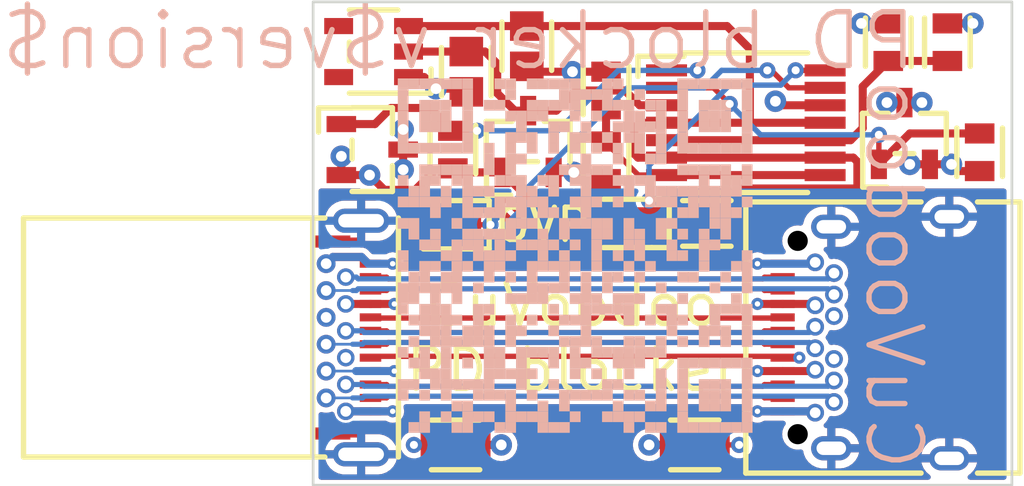
<source format=kicad_pcb>
(kicad_pcb (version 20211014) (generator pcbnew)

  (general
    (thickness 0.96184)
  )

  (paper "A5")
  (title_block
    (title "USB-C Power Delivery blocker")
    (date "$date$")
    (rev "$version$.$revision$")
    (company "CuVoodoo")
    (comment 1 "King Kévin")
    (comment 2 "CERN-OHL-S")
  )

  (layers
    (0 "F.Cu" signal)
    (1 "In1.Cu" signal)
    (2 "In2.Cu" signal)
    (31 "B.Cu" signal)
    (33 "F.Adhes" user "F.Adhesive")
    (34 "B.Paste" user)
    (35 "F.Paste" user)
    (36 "B.SilkS" user "B.Silkscreen")
    (37 "F.SilkS" user "F.Silkscreen")
    (38 "B.Mask" user)
    (39 "F.Mask" user)
    (44 "Edge.Cuts" user)
    (45 "Margin" user)
    (46 "B.CrtYd" user "B.Courtyard")
    (47 "F.CrtYd" user "F.Courtyard")
    (48 "B.Fab" user)
    (49 "F.Fab" user)
  )

  (setup
    (stackup
      (layer "F.SilkS" (type "Top Silk Screen"))
      (layer "F.Paste" (type "Top Solder Paste"))
      (layer "F.Mask" (type "Top Solder Mask") (thickness 0.02032))
      (layer "F.Cu" (type "copper") (thickness 0.035))
      (layer "dielectric 1" (type "core") (thickness 0.2104) (material "FR4") (epsilon_r 4.6) (loss_tangent 0.02))
      (layer "In1.Cu" (type "copper") (thickness 0.0152))
      (layer "dielectric 2" (type "prepreg") (thickness 0.4) (material "FR4") (epsilon_r 4.6) (loss_tangent 0.02))
      (layer "In2.Cu" (type "copper") (thickness 0.0152))
      (layer "dielectric 3" (type "core") (thickness 0.2104) (material "FR4") (epsilon_r 4.6) (loss_tangent 0.02))
      (layer "B.Cu" (type "copper") (thickness 0.035))
      (layer "B.Mask" (type "Bottom Solder Mask") (thickness 0.02032))
      (layer "B.Paste" (type "Bottom Solder Paste"))
      (layer "B.SilkS" (type "Bottom Silk Screen"))
      (copper_finish "None")
      (dielectric_constraints yes)
    )
    (pad_to_mask_clearance 0)
    (pcbplotparams
      (layerselection 0x00010fc_ffffffff)
      (disableapertmacros false)
      (usegerberextensions false)
      (usegerberattributes true)
      (usegerberadvancedattributes true)
      (creategerberjobfile true)
      (svguseinch false)
      (svgprecision 6)
      (excludeedgelayer true)
      (plotframeref false)
      (viasonmask false)
      (mode 1)
      (useauxorigin false)
      (hpglpennumber 1)
      (hpglpenspeed 20)
      (hpglpendiameter 15.000000)
      (dxfpolygonmode true)
      (dxfimperialunits true)
      (dxfusepcbnewfont true)
      (psnegative false)
      (psa4output false)
      (plotreference true)
      (plotvalue true)
      (plotinvisibletext false)
      (sketchpadsonfab false)
      (subtractmaskfromsilk false)
      (outputformat 1)
      (mirror false)
      (drillshape 1)
      (scaleselection 1)
      (outputdirectory "")
    )
  )

  (net 0 "")
  (net 1 "/CC1")
  (net 2 "GND")
  (net 3 "/CC2")
  (net 4 "VCC")
  (net 5 "/VREF")
  (net 6 "/VBUS1")
  (net 7 "/VBUS2")
  (net 8 "Net-(D2-Pad1)")
  (net 9 "Net-(D2-Pad2)")
  (net 10 "Net-(D3-Pad1)")
  (net 11 "/TX1+")
  (net 12 "/TX1-")
  (net 13 "/DA+")
  (net 14 "/DA-")
  (net 15 "/SBU1")
  (net 16 "/RX2-")
  (net 17 "/RX2+")
  (net 18 "/TX2+")
  (net 19 "/TX2-")
  (net 20 "/DB+")
  (net 21 "/DB-")
  (net 22 "/SBU2")
  (net 23 "/RX1-")
  (net 24 "/RX1+")
  (net 25 "GNDPWR")
  (net 26 "Net-(Q1-Pad1)")
  (net 27 "/VBUS")
  (net 28 "Net-(Q2-Pad1)")
  (net 29 "/VOVER1")
  (net 30 "/VOVER2")

  (footprint "qeda:SOP65P640X120-14N" (layer "F.Cu") (at 97.4 61.5))

  (footprint "qeda:UC1608X55N" (layer "F.Cu") (at 86.5 62.5))

  (footprint "qeda:LEDC1608X90N" (layer "F.Cu") (at 86.3 65.3 -90))

  (footprint "qeda:UC1608X55N" (layer "F.Cu") (at 106.1 62.6))

  (footprint "qeda:CONNECTOR_XKB_U261-24XN-4BC2LS" (layer "F.Cu") (at 77.5 69.5 -90))

  (footprint "qeda:LEDC1608X90N" (layer "F.Cu") (at 93 65.25 -90))

  (footprint "qeda:CAPC1608X92N" (layer "F.Cu") (at 86.6 73.5 -90))

  (footprint "qeda:UC1608X55N" (layer "F.Cu") (at 104.9 58.5 180))

  (footprint "qeda:CONNECTOR_XKB_U262-24XN-4BV60" (layer "F.Cu") (at 102.5 69.5 90))

  (footprint "qeda:SOT95P237X112-3N" (layer "F.Cu") (at 89.3 62.2 90))

  (footprint "qeda:CAPC1608X92N" (layer "F.Cu") (at 89.25 58.65 180))

  (footprint "qeda:UC1608X55N" (layer "F.Cu") (at 102.7 58.5))

  (footprint "qeda:UC1608X55N" (layer "F.Cu") (at 95.95 65.25 90))

  (footprint "qeda:UC1608X55N" (layer "F.Cu") (at 92.2 60.3))

  (footprint "qeda:SOT95P237X112-3N" (layer "F.Cu") (at 103.3 61.9 90))

  (footprint "qeda:CAPC1608X92N" (layer "F.Cu") (at 87 59.6))

  (footprint "qeda:CAPC1608X92N" (layer "F.Cu") (at 95.5 73.5 -90))

  (footprint "qeda:SOT95P237X112-3N" (layer "F.Cu") (at 83.5 62.5))

  (footprint "qeda:SOT95P280X145-5N" (layer "F.Cu") (at 83.55 58.85 180))

  (footprint "qeda:UC1608X55N" (layer "F.Cu") (at 92.2 62.9))

  (footprint "custom:qr" (layer "B.Cu") (at 91.05 66.45 180))

  (gr_rect (start 81.3 75) (end 107.3 57) (layer "Edge.Cuts") (width 0.1) (fill none) (tstamp b6b14f1e-5f20-4d8e-a54d-bab67c880c72))
  (gr_text "CuVoodoo" (at 102.9 67.15 270) (layer "B.SilkS") (tstamp 4e64fbc3-5cb2-48d0-b074-79cc01bff880)
    (effects (font (size 2 2) (thickness 0.2)) (justify mirror))
  )
  (gr_text "PD blocker v$version$" (at 103.85 58.45) (layer "B.SilkS") (tstamp f8eec7fc-e87b-4518-a2d3-dc36cb46ed65)
    (effects (font (size 2 2) (thickness 0.2)) (justify left mirror))
  )
  (gr_text "OVP" (at 89.85 65.3) (layer "F.SilkS") (tstamp 120a67f1-4fcf-4887-b2a0-b7b1abe273bd)
    (effects (font (size 1.2 1.2) (thickness 0.2)))
  )
  (gr_text "CuVoodoo\nPD blocker" (at 90.95 69.5) (layer "F.SilkS") (tstamp 9517687d-1a17-4aa5-b6ff-e92bc00f5b48)
    (effects (font (size 1.5 1.5) (thickness 0.2)))
  )

  (segment (start 97.15 73.5) (end 96.25 73.5) (width 0.2) (layer "F.Cu") (net 1) (tstamp 2091e024-79ca-4b2f-a7a7-61604bc37964))
  (segment (start 83.485 70.2) (end 98.72 70.2) (width 0.2) (layer "F.Cu") (net 1) (tstamp 2e486214-47f9-44d6-8d7b-7cf8677c45c8))
  (segment (start 83.435 70.25) (end 83.485 70.2) (width 0.2) (layer "F.Cu") (net 1) (tstamp b2fd4d1b-5ccd-4821-b518-a425fa85b81a))
  (segment (start 98.77 70.25) (end 99.388785 70.25) (width 0.2) (layer "F.Cu") (net 1) (tstamp f688f5fb-34cb-47e6-82a5-dd3f1c28d1e8))
  (segment (start 98.72 70.2) (end 98.77 70.25) (width 0.2) (layer "F.Cu") (net 1) (tstamp f7934fa5-7cc7-4995-a786-06fc63afb187))
  (via (at 99.388785 70.25) (size 0.45) (drill 0.2) (layers "F.Cu" "B.Cu") (remove_unused_layers) (keep_end_layers) (net 1) (tstamp 4fba1494-16fb-4f50-b6ea-d37589f52a00))
  (via (at 97.15 73.5) (size 0.6) (drill 0.3) (layers "F.Cu" "B.Cu") (net 1) (tstamp b0f42081-7d47-45b1-a159-c950fb022c66))
  (segment (start 97.85 73.5) (end 97.15 73.5) (width 0.2) (layer "In2.Cu") (net 1) (tstamp 05ee0b36-2c93-4a85-8ead-e60593ce7e09))
  (segment (start 99.388785 70.25) (end 99.388785 71.961215) (width 0.2) (layer "In2.Cu") (net 1) (tstamp 57f79222-303b-4959-8846-27a46656721e))
  (segment (start 99.388785 71.961215) (end 97.85 73.5) (width 0.2) (layer "In2.Cu") (net 1) (tstamp b3975898-b71c-4065-bcc8-393112caeae5))
  (segment (start 97.833713 72.25) (end 97.832166 72.248453) (width 0.3) (layer "F.Cu") (net 2) (tstamp 011382ef-c835-477e-97fa-9f734b2957c4))
  (segment (start 87.35 73.5) (end 88.3 73.5) (width 0.3) (layer "F.Cu") (net 2) (tstamp 07718b06-8a09-44b1-9049-c509a53d306b))
  (segment (start 84.258428 66.75) (end 84.259513 66.751085) (width 0.3) (layer "F.Cu") (net 2) (tstamp 097f3715-3214-4e09-b482-59143e181c89))
  (segment (start 84.85 59.8) (end 85.436774 59.8) (width 0.3) (layer "F.Cu") (net 2) (tstamp 2366cbdf-d0d8-4071-8b46-098c7bff61d2))
  (segment (start 83.35 66.75) (end 83.1 66.5) (width 0.3) (layer "F.Cu") (net 2) (tstamp 29b4fc77-7a0c-456b-a0d0-3e98ba26b458))
  (segment (start 86.883643 60.233643) (end 87 60.35) (width 0.3) (layer "F.Cu") (net 2) (tstamp 338bb1ba-bbfa-42c2-b2fa-1446c84a2899))
  (segment (start 83.435 66.75) (end 83.35 66.75) (width 0.3) (layer "F.Cu") (net 2) (tstamp 38989016-6376-487b-8260-5cd8204cc325))
  (segment (start 98.77 66.75) (end 99.93 66.75) (width 0.3) (layer "F.Cu") (net 2) (tstamp 3e2a8e25-3e60-4e15-b9c4-f51ed1734194))
  (segment (start 85.870417 60.233643) (end 86.883643 60.233643) (width 0.3) (layer "F.Cu") (net 2) (tstamp 4657527c-d618-4a10-bf3c-418d12e058f4))
  (segment (start 94.75 73.5) (end 93.8 73.5) (width 0.3) (layer "F.Cu") (net 2) (tstamp 47ac44bc-538b-4e0a-9ec0-1303e055c832))
  (segment (start 99.93 72.25) (end 99.98 72.3) (width 0.3) (layer "F.Cu") (net 2) (tstamp 49529ab3-6263-4921-96a5-5f68517638ce))
  (segment (start 89.35 59.6) (end 89.25 59.5) (width 0.3) (layer "F.Cu") (net 2) (tstamp 4eb4a541-ae8c-4522-abd1-63a6d772118f))
  (segment (start 85.436774 59.8) (end 85.870417 60.233643) (width 0.3) (layer "F.Cu") (net 2) (tstamp 4f0315a4-f3bc-44ed-b092-eb410c8f1b13))
  (segment (start 98.5 60.7) (end 98.65 60.85) (width 0.3) (layer "F.Cu") (net 2) (tstamp 60f8e145-8e3b-471e-83b8-e73f1b452893))
  (segment (start 83.435 72.25) (end 82.515 72.25) (width 0.3) (layer "F.Cu") (net 2) (tstamp 62ed0960-bc3a-4bdc-bd62-41d966f7a312))
  (segment (start 83.435 72.25) (end 84.258342 72.25) (width 0.3) (layer "F.Cu") (net 2) (tstamp 74418b42-5213-4b96-bb35-10757d27d943))
  (segment (start 99.93 66.75) (end 99.98 66.7) (width 0.3) (layer "F.Cu") (net 2) (tstamp 77aad126-c172-43cb-9d75-a07b6938275d))
  (segment (start 98.77 66.75) (end 97.833713 66.75) (width 0.3) (layer "F.Cu") (net 2) (tstamp 7ce61585-755e-4a21-a8c7-b64dac374c6d))
  (segment (start 83.1 66.5) (end 82.035 66.5) (width 0.3) (layer "F.Cu") (net 2) (tstamp 7edea2ba-b0bd-4c48-bd2f-e84b539b4a04))
  (segment (start 97.833713 66.75) (end 97.832166 66.751547) (width 0.3) (layer "F.Cu") (net 2) (tstamp 83e28b74-a29c-4a2b-956f-3642aa213062))
  (segment (start 102.7 57.8) (end 101.7 57.8) (width 0.3) (layer "F.Cu") (net 2) (tstamp 895df38b-14e3-4bf9-922e-5ad402081be4))
  (segment (start 98.77 72.25) (end 99.93 72.25) (width 0.3) (layer "F.Cu") (net 2) (tstamp 8a05099d-b27e-4e55-8028-d0fe40c1723e))
  (segment (start 82.035 66.5) (end 81.785 66.75) (width 0.3) (layer "F.Cu") (net 2) (tstamp aba0e2ab-0786-4dc5-ac5f-8e30f79e5e1e))
  (segment (start 83.435 66.75) (end 84.258428 66.75) (width 0.3) (layer "F.Cu") (net 2) (tstamp b655590a-2785-4e46-b4ad-202a5aa25a95))
  (segment (start 98.77 72.25) (end 97.833713 72.25) (width 0.3) (layer "F.Cu") (net 2) (tstamp cc05d9fd-9bd3-401e-b44f-798b85f0ded8))
  (segment (start 90.95 59.6) (end 89.35 59.6) (width 0.3) (layer "F.Cu") (net 2) (tstamp d9fe3f1e-af79-48b7-954b-d1f7e0158c9b))
  (segment (start 92.2 59.6) (end 90.95 59.6) (width 0.3) (layer "F.Cu") (net 2) (tstamp db4c8bfd-22b2-4a2f-b53a-9b9898a0bfda))
  (segment (start 98.65 60.85) (end 100.35 60.85) (width 0.3) (layer "F.Cu") (net 2) (tstamp e73eb76b-c95d-416c-a095-492c36de30c6))
  (segment (start 84.258342 72.25) (end 84.259904 72.248438) (width 0.3) (layer "F.Cu") (net 2) (tstamp f4ac6110-3902-4990-8428-70247cc492ee))
  (via (at 84.259513 66.751085) (size 0.45) (drill 0.2) (layers "F.Cu" "B.Cu") (remove_unused_layers) (keep_end_layers) (net 2) (tstamp 0d06638a-5c9f-4483-9224-aee1d3f2b8dd))
  (via (at 93.8 73.5) (size 0.8) (drill 0.4) (layers "F.Cu" "B.Cu") (remove_unused_layers) (keep_end_layers) (net 2) (tstamp 266b027c-3100-4cb1-b5a2-cbfacd9f368c))
  (via (at 88.3 73.5) (size 0.8) (drill 0.4) (layers "F.Cu" "B.Cu") (remove_unused_layers) (keep_end_layers) (net 2) (tstamp 29527bb2-a127-4ac5-85a1-220d10619ec6))
  (via (at 90.95 59.6) (size 0.8) (drill 0.4) (layers "F.Cu" "B.Cu") (net 2) (tstamp 2aa3f5e6-53d6-42dd-8cd9-f343236a0d08))
  (via (at 98.5 60.7) (size 0.8) (drill 0.4) (layers "F.Cu" "B.Cu") (net 2) (tstamp 3f387f7c-51da-46ef-a609-6dc44fd29a23))
  (via (at 101.7 57.8) (size 0.8) (drill 0.4) (layers "F.Cu" "B.Cu") (net 2) (tstamp 7d002273-a684-426e-91d2-56a9984716ff))
  (via (at 97.832166 66.751547) (size 0.45) (drill 0.2) (layers "F.Cu" "B.Cu") (remove_unused_layers) (keep_end_layers) (net 2) (tstamp ad5de103-a2e8-43bb-8002-39bd042e38bf))
  (via (at 85.870417 60.233643) (size 0.8) (drill 0.4) (layers "F.Cu" "B.Cu") (net 2) (tstamp cc83094f-ee34-4a37-ab12-f86668e1297b))
  (via (at 84.259904 72.248438) (size 0.45) (drill 0.2) (layers "F.Cu" "B.Cu") (remove_unused_layers) (keep_end_layers) (net 2) (tstamp d93e4ed6-de35-4fb0-b35a-10c8907fe4e1))
  (via (at 97.832166 72.248453) (size 0.45) (drill 0.2) (layers "F.Cu" "B.Cu") (remove_unused_layers) (keep_end_layers) (net 2) (tstamp f245a67d-a80c-4734-8ca3-5d946a7c6c9c))
  (segment (start 83.351085 66.751085) (end 83.1 66.5) (width 0.3) (layer "B.Cu") (net 2) (tstamp 040d59a3-69a1-4a8d-8c7d-b02fc511f9e7))
  (segment (start 83.1 66.5) (end 82.035 66.5) (width 0.3) (layer "B.Cu") (net 2) (tstamp 1bc1063d-8cb1-4f08-8d2c-91e43f66e8e3))
  (segment (start 97.832166 72.248453) (end 99.928453 72.248453) (width 0.3) (layer "B.Cu") (net 2) (tstamp 2282486b-d88c-4d3c-912e-a1c489737f1c))
  (segment (start 82.035 66.5) (end 81.785 66.75) (width 0.3) (layer "B.Cu") (net 2) (tstamp 2c639fa6-067b-4771-a3b7-3b0cd3c97bed))
  (segment (start 97.832166 66.751547) (end 99.928453 66.751547) (width 0.3) (layer "B.Cu") (net 2) (tstamp 48873ce0-ee22-4dc2-aa40-fdfca3cccc51))
  (segment (start 84.259904 72.248438) (end 82.516562 72.248438) (width 0.3) (layer "B.Cu") (net 2) (tstamp 737180ed-e4fe-4a9d-a925-8c21ad169437))
  (segment (start 99.928453 72.248453) (end 99.98 72.3) (width 0.3) (layer "B.Cu") (net 2) (tstamp 7bc91f44-fac0-407f-bdc5-0de5e5113ff4))
  (segment (start 82.516562 72.248438) (end 82.515 72.25) (width 0.3) (layer "B.Cu") (net 2) (tstamp 9590fe0c-b2bc-4384-937b-71a53ea010ab))
  (segment (start 84.259513 66.751085) (end 83.351085 66.751085) (width 0.3) (layer "B.Cu") (net 2) (tstamp d10108f2-153b-4c25-b798-01ea81feac90))
  (segment (start 99.928453 66.751547) (end 99.98 66.7) (width 0.3) (layer "B.Cu") (net 2) (tstamp e59f2045-6ba3-4b81-994b-c90da8c102c1))
  (segment (start 85.05 73.5) (end 85.85 73.5) (width 0.2) (layer "F.Cu") (net 3) (tstamp 4fff197b-5235-47ae-9e64-1d459fc397a1))
  (via (at 85.05 73.5) (size 0.6) (drill 0.3) (layers "F.Cu" "B.Cu") (net 3) (tstamp 495aa911-4495-4ac9-8178-31bd5f8a6b79))
  (segment (start 101.75 74.3) (end 101.75 69.05) (width 0.2) (layer "In1.Cu") (net 3) (tstamp 3149c5be-4eb3-4d59-a30d-6cc4b60cfb5e))
  (segment (start 86.1 74.55) (end 101.5 74.55) (width 0.2) (layer "In1.Cu") (net 3) (tstamp 466ec668-1bf2-4254-aa2f-79bdf068e056))
  (segment (start 101.75 69.05) (end 101.4 68.7) (width 0.2) (layer "In1.Cu") (net 3) (tstamp 56ebce8a-6caa-4d15-ab5d-255b27e99426))
  (segment (start 85.05 73.5) (end 86.1 74.55) (width 0.2) (layer "In1.Cu") (net 3) (tstamp 6f7ce168-5be0-49fd-81ed-7538d43a7246))
  (segment (start 101.5 74.55) (end 101.75 74.3) (width 0.2) (layer "In1.Cu") (net 3) (tstamp ca2c6137-7314-42b9-8a96-d9c43152421a))
  (segment (start 101.4 68.7) (end 100.68 68.7) (width 0.2) (layer "In1.Cu") (net 3) (tstamp f4d32146-5eef-4ce0-82f4-7afe3bed7b96))
  (segment (start 81.785 68.75) (end 82.85 68.75) (width 0.1) (layer "In2.Cu") (net 3) (tstamp 1b7559a0-8029-472c-bb6d-69bc0547b45f))
  (segment (start 83.7 69.6) (end 82.85 68.75) (width 0.2) (layer "In2.Cu") (net 3) (tstamp 31bf0109-96a7-476f-a7b6-29101d6f6072))
  (segment (start 83.965686 72.7) (end 83.7 72.434314) (width 0.2) (layer "In2.Cu") (net 3) (tstamp 6ad0333d-37d8-481f-a641-d54816eef373))
  (segment (start 83.7 72.434314) (end 83.7 69.6) (width 0.2) (layer "In2.Cu") (net 3) (tstamp 7ee4cd0d-7428-4041-9380-732562d90f67))
  (segment (start 85.05 73.5) (end 84.25 72.7) (width 0.2) (layer "In2.Cu") (net 3) (tstamp d6cd2f77-d811-466b-a420-7179b4bfb12b))
  (segment (start 84.25 72.7) (end 83.965686 72.7) (width 0.2) (layer "In2.Cu") (net 3) (tstamp fd21309d-ea57-464e-9791-858e506729f3))
  (segment (start 93.45 60.85) (end 92.9 60.3) (width 0.3) (layer "F.Cu") (net 4) (tstamp 01efe772-26f5-461e-97f0-7c38f8b12862))
  (segment (start 92.9 60.3) (end 91.1 60.3) (width 0.3) (layer "F.Cu") (net 4) (tstamp 4aeafedb-4071-40ff-8c3f-9a0cea91b894))
  (segment (start 88.15 60.4) (end 88.8 61.05) (width 0.3) (layer "F.Cu") (net 4) (tstamp 4afa80ba-7a50-44b5-904e-5ca1c2eb4e3d))
  (segment (start 87.7 58.85) (end 88.15 59.3) (width 0.3) (layer "F.Cu") (net 4) (tstamp 6f076358-e1ee-4f67-a030-f045a0cb595d))
  (segment (start 90.35 61.05) (end 89.3 61.05) (width 0.3) (layer "F.Cu") (net 4) (tstamp 7c375d74-9a5c-4804-8ee6-f92b3a756753))
  (segment (start 94.45 60.85) (end 93.45 60.85) (width 0.3) (layer "F.Cu") (net 4) (tstamp b38a3dad-de1b-4bf3-abe4-bdaeaff97a86))
  (segment (start 84.85 58.85) (end 87 58.85) (width 0.3) (layer "F.Cu") (net 4) (tstamp b8d1a9d2-c411-4062-aa1a-f9fe44004330))
  (segment (start 88.15 59.3) (end 88.15 60.4) (width 0.3) (layer "F.Cu") (net 4) (tstamp cd1b88ee-83c1-49f9-9616-80b833d4843b))
  (segment (start 88.8 61.05) (end 89.3 61.05) (width 0.3) (layer "F.Cu") (net 4) (tstamp dc82c2af-f0ae-41ec-9d1d-66611b1b0b19))
  (segment (start 91.1 60.3) (end 90.35 61.05) (width 0.3) (layer "F.Cu") (net 4) (tstamp e574d4e4-ab54-4776-9ec0-14ed8e6c99ad))
  (segment (start 87 58.85) (end 87.7 58.85) (width 0.3) (layer "F.Cu") (net 4) (tstamp f927cd0f-c355-4e23-8f48-8bfc23146eb0))
  (segment (start 97.3 63.95) (end 101.55 63.95) (width 0.3) (layer "F.Cu") (net 5) (tstamp 0092afae-1370-4ada-b71f-ca3e7eaf70a8))
  (segment (start 97.55 58.75) (end 97.55 61.5) (width 0.3) (layer "F.Cu") (net 5) (tstamp 077f9f29-2b5f-4f11-86f3-06a9f329e5e3))
  (segment (start 94.45 61.5) (end 97.55 61.5) (width 0.3) (layer "F.Cu") (net 5) (tstamp 18277026-9c11-4e51-be0a-0945a7a8b781))
  (segment (start 96.65 64.6) (end 97.3 63.95) (width 0.3) (layer "F.Cu") (net 5) (tstamp 199c4da7-5b7e-48ce-a6ee-0ea1e695fcb4))
  (segment (start 94.45 61.5) (end 93.45 61.5) (width 0.3) (layer "F.Cu") (net 5) (tstamp 1d3eb037-1233-42ad-9aa9-b77c8c85b480))
  (segment (start 101.55 63.95) (end 101.55 62.95) (width 0.3) (layer "F.Cu") (net 5) (tstamp 386bf865-d47f-48db-8fb9-1c84a211d672))
  (segment (start 93.3875 62.8) (end 93.25 62.6625) (width 0.3) (layer "F.Cu") (net 5) (tstamp 462b43d4-c3ff-4eb7-85d7-15288f04e6d8))
  (segment (start 89.25 57.9) (end 96.7 57.9) (width 0.3) (layer "F.Cu") (net 5) (tstamp 552c5dea-a2d0-4079-9b03-583986b34257))
  (segment (start 93.25 62.6625) (end 93.25 61.7) (width 0.3) (layer "F.Cu") (net 5) (tstamp 56a3ed82-209c-4d39-84dd-ac130a33b8f5))
  (segment (start 94.45 62.8) (end 93.3875 62.8) (width 0.3) (layer "F.Cu") (net 5) (tstamp 5f2c5387-e835-48f1-b47a-429920ddf896))
  (segment (start 101.4 62.8) (end 100.35 62.8) (width 0.3) (layer "F.Cu") (net 5) (tstamp 77cbb48c-9454-4285-b153-4df163cf31f2))
  (segment (start 96.7 57.9) (end 97.55 58.75) (width 0.3) (layer "F.Cu") (net 5) (tstamp 7b584bb9-b0c1-4b77-9382-f828434c34b4))
  (segment (start 84.85 57.9) (end 89.25 57.9) (width 0.3) (layer "F.Cu") (net 5) (tstamp 8ac0a1b1-1686-4c29-b593-915229a2154d))
  (segment (start 94.45 62.8) (end 100.35 62.8) (width 0.3) (layer "F.Cu") (net 5) (tstamp a853928a-b5e1-43bd-978d-d1dd31e48a00))
  (segment (start 93.45 61.5) (end 93.25 61.7) (width 0.3) (layer "F.Cu") (net 5) (tstamp ad28216b-03b6-43d7-9170-36390604d9fa))
  (segment (start 96.65 65.25) (end 96.65 64.6) (width 0.3) (layer "F.Cu") (net 5) (tstamp b1690ba1-f327-4225-8813-39c2c9c17da6))
  (segment (start 97.55 61.5) (end 100.35 61.5) (width 0.3) (layer "F.Cu") (net 5) (tstamp c45267ed-5596-4ace-92d6-b66592355307))
  (segment (start 101.55 62.95) (end 101.4 62.8) (width 0.3) (layer "F.Cu") (net 5) (tstamp c5c85d2b-7f2c-4e83-be6a-7beb199e3116))
  (segment (start 84.321594 68.25) (end 84.322064 68.25047) (width 0.3) (layer "F.Cu") (net 6) (tstamp 088a583b-4fc8-4da2-bf65-5fa168518bd7))
  (segment (start 83.95 64) (end 83.4 63.45) (width 0.3) (layer "F.Cu") (net 6) (tstamp 0dc4e2b2-d7f2-40ee-bb91-ddb8252291ea))
  (segment (start 86.65 63.35) (end 86.5 63.2) (width 0.3) (layer "F.Cu") (net 6) (tstamp 27a02b0e-fc68-44f9-b5e3-7754c0d515fa))
  (segment (start 83.435 68.25) (end 82.515 68.25) (width 0.3) (layer "F.Cu") (net 6) (tstamp 3ac5b1f1-c84d-4dd5-b651-c7633967bb99))
  (segment (start 91.55 64.25) (end 92.2 63.6) (width 0.3) (layer "F.Cu") (net 6) (tstamp 3bbf5e1e-92ec-4793-9b40-7c0684745025))
  (segment (start 85.9 63.2) (end 85.1 64) (width 0.3) (layer "F.Cu") (net 6) (tstamp 4476f97e-ec63-4332-bcaa-f70deafcdd76))
  (segment (start 85.1 64) (end 83.95 64) (width 0.3) (layer "F.Cu") (net 6) (tstamp 47ba2487-c2b6-43bb-8e91-04da38bebd0c))
  (segment (start 82.35 63.45) (end 83.4 63.45) (width 0.3) (layer "F.Cu") (net 6) (tstamp 590af7db-65d4-47cc-8a8e-e47f6c8d1e47))
  (segment (start 83.435 68.25) (end 84.321594 68.25) (width 0.3) (layer "F.Cu") (net 6) (tstamp 5d4c8a2b-0695-47eb-9384-6d8eb3eacd7b))
  (segment (start 88.35 63.35) (end 89.25 64.25) (width 0.3) (layer "F.Cu") (net 6) (tstamp 6bd5a529-ef8c-4497-b608-55ac8ff6d184))
  (segment (start 89.25 64.25) (end 91.55 64.25) (width 0.3) (layer "F.Cu") (net 6) (tstamp 6d49f5d5-ef87-4ed6-81fc-bb7057f61d3b))
  (segment (start 86.5 63.2) (end 85.9 63.2) (width 0.3) (layer "F.Cu") (net 6) (tstamp 8082483f-2e4f-485f-81b7-4df6db9eebb8))
  (segment (start 82.35 63.45) (end 82.35 62.75) (width 0.3) (layer "F.Cu") (net 6) (tstamp 86e2fffd-3875-407e-a729-5273b2880ac1))
  (segment (start 84.32 70.75) (end 83.435 70.75) (width 0.3) (layer "F.Cu") (net 6) (tstamp 8ba164cf-6a07-4850-b7a3-20f311199aab))
  (segment (start 88.35 63.35) (end 86.65 63.35) (width 0.3) (layer "F.Cu") (net 6) (tstamp af64d7cf-1a73-4e78-a72f-c78e603e13d9))
  (via (at 84.322064 68.25047) (size 0.45) (drill 0.2) (layers "F.Cu" "B.Cu") (net 6) (tstamp 0245214c-87a1-45df-bbc7-b1000d1b166e))
  (via (at 83.4 63.45) (size 0.8) (drill 0.4) (layers "F.Cu" "B.Cu") (net 6) (tstamp 6d5adad3-45ec-4c7e-a87f-79a6165b986c))
  (via (at 82.35 62.75) (size 0.8) (drill 0.4) (layers "F.Cu" "B.Cu") (net 6) (tstamp 8cf603ca-1c5f-4598-9589-bb2f65fb0297))
  (via (at 84.32 70.75) (size 0.45) (drill 0.2) (layers "F.Cu" "B.Cu") (net 6) (tstamp 91eaf3de-9c92-439a-9c36-20eb672815e3))
  (segment (start 81.785 70.75) (end 82.96 70.75) (width 0.1) (layer "In1.Cu") (net 6) (tstamp 45125429-9392-40d5-a197-bec1e47c489d))
  (segment (start 84.32 70.75) (end 82.96 70.75) (width 0.3) (layer "In1.Cu") (net 6) (tstamp ca5df83e-0a14-42bf-85ef-4f185a22444a))
  (segment (start 84.32 68.252534) (end 84.322064 68.25047) (width 0.3) (layer "In2.Cu") (net 6) (tstamp 33802573-86f8-4df3-ac86-7f96d9f186e3))
  (segment (start 84.32 70.75) (end 84.32 68.252534) (width 0.3) (layer "In2.Cu") (net 6) (tstamp 3960af46-1433-40c5-b235-ddabb1520396))
  (segment (start 84.322064 68.25047) (end 82.51547 68.25047) (width 0.3) (layer "In2.Cu") (net 6) (tstamp d813f97e-bf9f-4190-8851-704bcbd2174c))
  (segment (start 82.51547 68.25047) (end 82.515 68.25) (width 0.3) (layer "In2.Cu") (net 6) (tstamp fb7219d5-5496-4553-ad2b-b47af7797b28))
  (segment (start 84.32 70.75) (end 82.9 70.75) (width 0.3) (layer "B.Cu") (net 6) (tstamp 10bc2d45-3f17-4830-81fd-4d2457105feb))
  (segment (start 81.785 70.75) (end 82.9 70.75) (width 0.1) (layer "B.Cu") (net 6) (tstamp 63e3d7d9-a6c2-4f85-ab31-90d4cd85d0a1))
  (segment (start 91 63.35) (end 90.25 63.35) (width 0.3) (layer "F.Cu") (net 7) (tstamp 1fe9097a-6267-412d-b146-3bbde7fde86f))
  (segment (start 99.93 68.25) (end 99.98 68.3) (width 0.3) (layer "F.Cu") (net 7) (tstamp 2894eb65-8836-433c-a8f6-9e14013585cc))
  (segment (start 104.25 63.05) (end 103.5 63.05) (width 0.3) (layer "F.Cu") (net 7) (tstamp 3c4694af-34b5-4742-9406-350d77fa3eae))
  (segment (start 104.25 63.05) (end 105.05 63.05) (width 0.3) (layer "F.Cu") (net 7) (tstamp 553a8459-12cb-4346-930d-f6c6f7fd83ac))
  (segment (start 105.3 63.3) (end 105.05 63.05) (width 0.3) (layer "F.Cu") (net 7) (tstamp 8197b436-b515-4fe4-bd0a-03591ad6632e))
  (segment (start 106.1 63.3) (end 105.3 63.3) (width 0.3) (layer "F.Cu") (net 7) (tstamp 857c6eb1-7f4b-4e11-842d-c0acd9e8bf4f))
  (segment (start 97.833713 68.25) (end 97.832166 68.248453) (width 0.3) (layer "F.Cu") (net 7) (tstamp 9e6ce344-11c2-4617-a6e5-0a2dbd9bbbf2))
  (segment (start 98.77 68.25) (end 97.833713 68.25) (width 0.3) (layer "F.Cu") (net 7) (tstamp b91bd2f1-f731-497a-a990-572f04f5ca95))
  (segment (start 97.833713 70.75) (end 97.832166 70.748453) (width 0.3) (layer "F.Cu") (net 7) (tstamp c21ca9aa-861d-4115-8c83-1bff6332b85a))
  (segment (start 98.77 68.25) (end 99.93 68.25) (width 0.3) (layer "F.Cu") (net 7) (tstamp c87a2fd1-9ee9-42c8-b798-9bc9b84a6db5))
  (segment (start 99.93 70.75) (end 99.98 70.7) (width 0.3) (layer "F.Cu") (net 7) (tstamp d04a8acb-b402-49a0-9e74-0a08f46021af))
  (segment (start 104.9 57.8) (end 105.85 57.8) (width 0.3) (layer "F.Cu") (net 7) (tstamp ecd72a7a-02bc-49b8-bb06-32fe16d1b9a9))
  (segment (start 98.77 70.75) (end 99.93 70.75) (width 0.3) (layer "F.Cu") (net 7) (tstamp f5fa132e-90a6-4c1c-98d4-20f0f747459d))
  (segment (start 98.77 70.75) (end 97.833713 70.75) (width 0.3) (layer "F.Cu") (net 7) (tstamp fc9588a6-b6b3-4d24-8e72-faf367dcf0f1))
  (via (at 103.5 63.05) (size 0.8) (drill 0.4) (layers "F.Cu" "B.Cu") (net 7) (tstamp 53d6d4ea-a10e-4ed6-8a0d-fc33e00865ab))
  (via (at 105.85 57.8) (size 0.8) (drill 0.4) (layers "F.Cu" "B.Cu") (remove_unused_layers) (keep_end_layers) (net 7) (tstamp 812bb742-6780-41cc-9c38-ee169b5053b8))
  (via (at 91 63.35) (size 0.8) (drill 0.4) (layers "F.Cu" "B.Cu") (net 7) (tstamp 9f98832b-88dd-41c6-a261-1f112df0173e))
  (via (at 105.05 63.05) (size 0.8) (drill 0.4) (layers "F.Cu" "B.Cu") (net 7) (tstamp bf2b30bd-df47-4f52-bd7e-0f5ccf42d530))
  (via (at 97.832166 70.748453) (size 0.45) (drill 0.2) (layers "F.Cu" "B.Cu") (net 7) (tstamp da143501-f822-45c3-b473-36ec53539fd3))
  (via (at 97.832166 68.248453) (size 0.45) (drill 0.2) (layers "F.Cu" "B.Cu") (net 7) (tstamp dd5c41ce-f92a-41ab-b973-b46f139eec22))
  (segment (start 103.5 63.05) (end 91.3 63.05) (width 0.3) (layer "In2.Cu") (net 7) (tstamp 2c412b92-6e07-4635-b172-ceda88614d86))
  (segment (start 99.928453 68.248453) (end 99.98 68.3) (width 0.3) (layer "In2.Cu") (net 7) (tstamp 5865eed7-a62a-4a1f-8ff0-e56d495df0ea))
  (segment (start 97.832166 68.248453) (end 99.928453 68.248453) (width 0.3) (layer "In2.Cu") (net 7) (tstamp 6d1cbbde-e8ad-482f-a18e-830802513943))
  (segment (start 97.832166 70.748453) (end 97.832166 68.248453) (width 0.3) (layer "In2.Cu") (net 7) (tstamp a360ed9c-978e-428d-afd0-501ffd56fce3))
  (segment (start 91.3 63.05) (end 91 63.35) (width 0.3) (layer "In2.Cu") (net 7) (tstamp ae377d2e-a5d0-4ac4-a01e-c69a589071f6))
  (segment (start 100.35 59.55) (end 99.2564 59.55) (width 0.2) (layer "F.Cu") (net 8) (tstamp 656acd2c-3461-4c21-82fe-16c947556997))
  (segment (start 93.8 64.4) (end 93.8 65.25) (width 0.2) (layer "F.Cu") (net 8) (tstamp aea88132-dba5-4d1a-af8e-25e7292d26a3))
  (segment (start 99.2564 59.55) (end 99.2532 59.5468) (width 0.2) (layer "F.Cu") (net 8) (tstamp d52f0eb9-64c1-4573-80dc-a608b00dd340))
  (via (at 93.8 64.4) (size 0.6) (drill 0.3) (layers "F.Cu" "B.Cu") (net 8) (tstamp 1910584c-6b26-4a7d-9a21-917f988e0726))
  (via (at 99.2532 59.5468) (size 0.6) (drill 0.3) (layers "F.Cu" "B.Cu") (net 8) (tstamp 65104f1b-bb6c-4796-8ad4-9f568c2687d8))
  (segment (start 96.792893 60.1) (end 98.7 60.1) (width 0.2) (layer "B.Cu") (net 8) (tstamp 14e20329-0365-4b75-9328-ea68c47b861a))
  (segment (start 98.7 60.1) (end 99.2532 59.5468) (width 0.2) (layer "B.Cu") (net 8) (tstamp 42c6144e-aed4-40b5-8123-ef2127e7f896))
  (segment (start 93.8 63.092893) (end 96.792893 60.1) (width 0.2) (layer "B.Cu") (net 8) (tstamp 9bc5061e-b448-43ed-8345-25e7eb7ee387))
  (segment (start 93.8 64.4) (end 93.8 63.092893) (width 0.2) (layer "B.Cu") (net 8) (tstamp 9ca2d34b-8842-4ef7-a861-de4659f7f728))
  (segment (start 92.45 66.3) (end 92.2 66.05) (width 0.2) (layer "F.Cu") (net 9) (tstamp 25780ebb-baa5-4da8-94a1-447f997fc5b5))
  (segment (start 92.2 66.05) (end 92.2 65.25) (width 0.2) (layer "F.Cu") (net 9) (tstamp 28f0cb88-8149-45f4-9a0e-242f53c165df))
  (segment (start 85.5 64.55) (end 85.8 64.25) (width 0.2) (layer "F.Cu") (net 9) (tstamp 35779a02-fcbf-4397-bd27-c839e1b227ac))
  (segment (start 89.35 65.25) (end 92.2 65.25) (width 0.2) (layer "F.Cu") (net 9) (tstamp 3d1b3602-1508-4a57-8a6e-fafbccc6f574))
  (segment (start 95.25 66) (end 94.95 66.3) (width 0.2) (layer "F.Cu") (net 9) (tstamp 92662ada-7b6d-4ba3-a8c0-ce24362c2dbe))
  (segment (start 94.95 66.3) (end 92.45 66.3) (width 0.2) (layer "F.Cu") (net 9) (tstamp aa869f99-e5af-4757-b926-6f21244a03db))
  (segment (start 88.35 64.25) (end 89.35 65.25) (width 0.2) (layer "F.Cu") (net 9) (tstamp be58b1ca-99f0-4608-9046-e1f208e96f80))
  (segment (start 85.5 65.3) (end 85.5 64.55) (width 0.2) (layer "F.Cu") (net 9) (tstamp c334d9cc-2eed-435c-acdf-dfa72b9190f8))
  (segment (start 95.25 65.25) (end 95.25 66) (width 0.2) (layer "F.Cu") (net 9) (tstamp e739b50d-ff8f-449a-997d-fa9f0e21c7c0))
  (segment (start 85.8 64.25) (end 88.35 64.25) (width 0.2) (layer "F.Cu") (net 9) (tstamp f5e3edf1-7b27-417f-b89e-e3d992518e23))
  (segment (start 87.1 65.3) (end 87.9 65.3) (width 0.2) (layer "F.Cu") (net 10) (tstamp 04813c8b-e72a-482b-b1c4-da7e85193e86))
  (segment (start 99 60.2) (end 100.35 60.2) (width 0.2) (layer "F.Cu") (net 10) (tstamp 11faec70-6260-4572-8ca7-2022c77dff6e))
  (segment (start 98.2 59.55) (end 98.35 59.55) (width 0.2) (layer "F.Cu") (net 10) (tstamp 1f27a4df-8b61-4242-a000-aad6efb50602))
  (segment (start 98.35 59.55) (end 99 60.2) (width 0.2) (layer "F.Cu") (net 10) (tstamp 49cea695-4abd-4296-ae3c-42856c483623))
  (via (at 87.9 65.3) (size 0.6) (drill 0.3) (layers "F.Cu" "B.Cu") (net 10) (tstamp 47fd1727-c505-4d27-82b7-f0572f6e3bc0))
  (via (at 98.2 59.55) (size 0.6) (drill 0.3) (layers "F.Cu" "B.Cu") (net 10) (tstamp 8123c675-a6c7-4831-9dcd-0be9eec42a60))
  (segment (start 93 60.2) (end 87.9 65.3) (width 0.2) (layer "B.Cu") (net 10) (tstamp 19db6e4f-6649-4ef3-96e8-663af5082554))
  (segment (start 98.2 59.55) (end 96.5 59.55) (width 0.2) (layer "B.Cu") (net 10) (tstamp 27f26c0e-a5c4-4396-8bec-509600e2f1fb))
  (segment (start 96.5 59.55) (end 95.85 60.2) (width 0.2) (layer "B.Cu") (net 10) (tstamp 912d5528-a5a8-4182-837c-21db8db6aeee))
  (segment (start 95.85 60.2) (end 93 60.2) (width 0.2) (layer "B.Cu") (net 10) (tstamp bda13e4d-fb1f-4f06-bdf8-bead0255018c))
  (segment (start 84.035001 71.75) (end 84.100216 71.684785) (width 0.1
... [283018 chars truncated]
</source>
